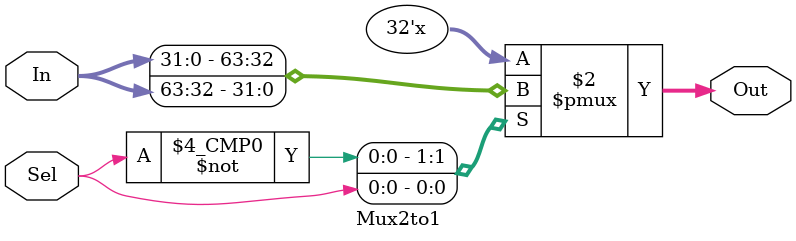
<source format=v>
`timescale 1ns / 1ps
module Mux2to1(
	output reg [31:0] Out,
	input wire [63:0] In,
	input wire        Sel
    );
	 
	 always @(Sel, In)
		case (Sel)
			1'b0: Out = In[31:0];
			1'b1: Out = In[63:32];
         default: Out = 32'h00000000;			
		endcase


endmodule

</source>
